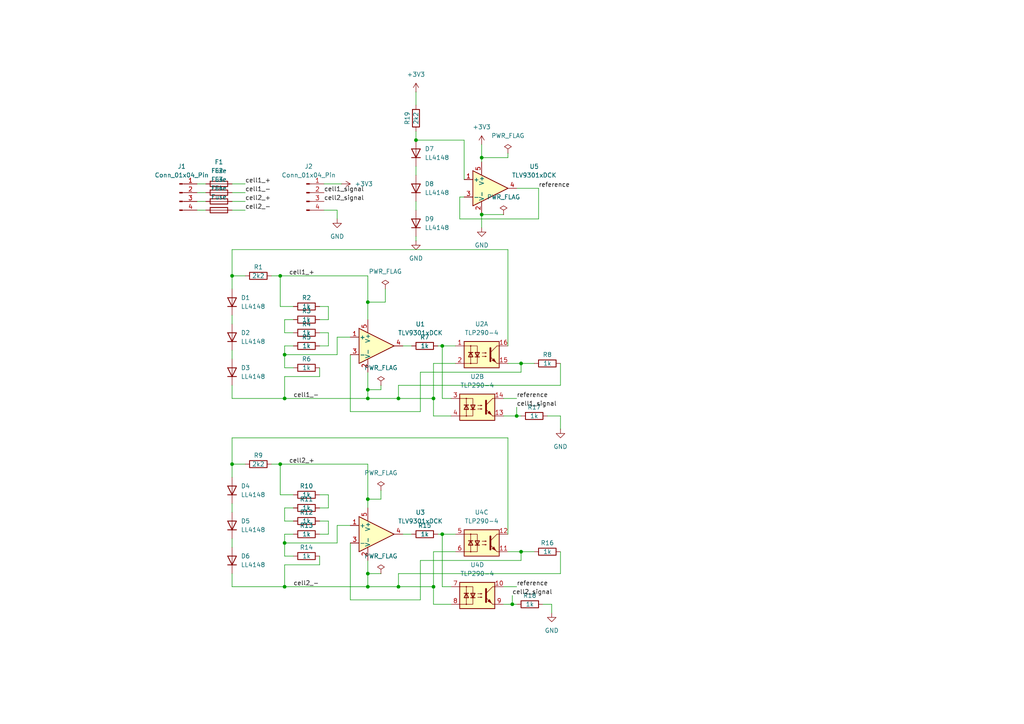
<source format=kicad_sch>
(kicad_sch (version 20231120) (generator "eeschema") (generator_version "8.0")
  (paper "A4")
  (title_block (title "Curso_kicad") (date "2024-06-20") (company "brbs"))
  (lib_symbols
    (symbol "Amplifier_Operational:TLV9301xDCK" (pin_names (offset 0.127))
      (property "Reference" "U" (at 7.62 2.54 0))
      (property "Value" "TLV9301xDCK" (at 11.43 -2.54 0))
      (symbol "TLV9301xDCK_0_1"
        (polyline (pts (xy -2.54 5.08) (xy -2.54 -5.08) (xy 7.62 0) (xy -2.54 5.08)) (stroke (width 0.254)) (fill (type background)))
      )
      (symbol "TLV9301xDCK_1_1"
        (pin input line (at -5.08 2.54 0) (length 2.54) (name "+") (number "1"))
        (pin power_in line (at 0 -7.62 90) (length 3.81) (name "V-") (number "2"))
        (pin input line (at -5.08 -2.54 0) (length 2.54) (name "-") (number "3"))
        (pin output line (at 10.16 0 180) (length 2.54) (name "~") (number "4"))
        (pin power_in line (at 0 7.62 270) (length 3.81) (name "V+") (number "5"))
      )
    )
    (symbol "Connector:Conn_01x04_Pin" (pin_names (offset 1.016) hide)
      (property "Reference" "J" (at 0 5.08 0))
      (property "Value" "Conn_01x04_Pin" (at 0 -7.62 0))
      (symbol "Conn_01x04_Pin_1_1"
        (polyline (pts (xy 1.27 -5.08) (xy 0.8636 -5.08)) (stroke (width 0.1524)))
        (polyline (pts (xy 1.27 -2.54) (xy 0.8636 -2.54)) (stroke (width 0.1524)))
        (polyline (pts (xy 1.27 0) (xy 0.8636 0)) (stroke (width 0.1524)))
        (polyline (pts (xy 1.27 2.54) (xy 0.8636 2.54)) (stroke (width 0.1524)))
        (rectangle (start 0.8636 -4.953) (end 0 -5.207) (stroke (width 0.1524)) (fill (type outline)))
        (rectangle (start 0.8636 -2.413) (end 0 -2.667) (stroke (width 0.1524)) (fill (type outline)))
        (rectangle (start 0.8636 0.127) (end 0 -0.127) (stroke (width 0.1524)) (fill (type outline)))
        (rectangle (start 0.8636 2.667) (end 0 2.413) (stroke (width 0.1524)) (fill (type outline)))
        (pin passive line (at 5.08 2.54 180) (length 3.81) (name "Pin_1") (number "1"))
        (pin passive line (at 5.08 0 180) (length 3.81) (name "Pin_2") (number "2"))
        (pin passive line (at 5.08 -2.54 180) (length 3.81) (name "Pin_3") (number "3"))
        (pin passive line (at 5.08 -5.08 180) (length 3.81) (name "Pin_4") (number "4"))
      )
    )
    (symbol "Device:Fuse" (pin_numbers hide) (pin_names (offset 0))
      (property "Reference" "F" (at 2.032 0 90))
      (property "Value" "Fuse" (at -1.905 0 90))
      (symbol "Fuse_0_1"
        (rectangle (start -0.762 -2.54) (end 0.762 2.54) (stroke (width 0.254)))
        (polyline (pts (xy 0 2.54) (xy 0 -2.54)))
      )
      (symbol "Fuse_1_1"
        (pin passive line (at 0 3.81 270) (length 1.27) (name "~") (number "1"))
        (pin passive line (at 0 -3.81 90) (length 1.27) (name "~") (number "2"))
      )
    )
    (symbol "Device:R" (pin_numbers hide) (pin_names (offset 0))
      (property "Reference" "R" (at 2.032 0 90))
      (property "Value" "R" (at 0 0 90))
      (symbol "R_0_1"
        (rectangle (start -1.016 -2.54) (end 1.016 2.54) (stroke (width 0.254)))
      )
      (symbol "R_1_1"
        (pin passive line (at 0 3.81 270) (length 1.27) (name "~") (number "1"))
        (pin passive line (at 0 -3.81 90) (length 1.27) (name "~") (number "2"))
      )
    )
    (symbol "Diode:LL4148" (pin_numbers hide) (pin_names hide)
      (property "Reference" "D" (at 0 2.54 0))
      (property "Value" "LL4148" (at 0 -2.54 0))
      (symbol "LL4148_0_1"
        (polyline (pts (xy -1.27 1.27) (xy -1.27 -1.27)) (stroke (width 0.254)))
        (polyline (pts (xy 1.27 0) (xy -1.27 0)))
        (polyline (pts (xy 1.27 1.27) (xy 1.27 -1.27) (xy -1.27 0) (xy 1.27 1.27)) (stroke (width 0.254)))
      )
      (symbol "LL4148_1_1"
        (pin passive line (at -3.81 0 0) (length 2.54) (name "K") (number "1"))
        (pin passive line (at 3.81 0 180) (length 2.54) (name "A") (number "2"))
      )
    )
    (symbol "Isolator:TLP290-4" (pin_names (offset 1.016))
      (property "Reference" "U" (at -5.08 5.08 0))
      (property "Value" "TLP290-4" (at 0 5.08 0))
      (symbol "TLP290-4_0_1"
        (rectangle (start -5.08 3.81) (end 5.08 -3.81) (stroke (width 0.254)) (fill (type background)))
        (circle (center -3.175 -2.54) (radius 0.127))
        (circle (center -3.175 2.54) (radius 0.127))
        (polyline (pts (xy -3.81 0.635) (xy -2.54 0.635)) (stroke (width 0.254)))
        (polyline (pts (xy -3.175 -0.635) (xy -3.175 -2.54)))
        (polyline (pts (xy -3.175 -0.635) (xy -3.175 2.54)))
        (polyline (pts (xy -1.905 -0.635) (xy -0.635 -0.635)) (stroke (width 0.254)))
        (polyline (pts (xy 2.54 0.635) (xy 4.445 2.54)))
        (polyline (pts (xy 4.445 -2.54) (xy 2.54 -0.635)) (fill (type outline)))
        (polyline (pts (xy 4.445 -2.54) (xy 5.08 -2.54)))
        (polyline (pts (xy 4.445 2.54) (xy 5.08 2.54)))
        (polyline (pts (xy -5.08 2.54) (xy -1.27 2.54) (xy -1.27 -0.635)))
        (polyline (pts (xy -1.27 -0.635) (xy -1.27 -2.54) (xy -5.08 -2.54)))
        (polyline (pts (xy 2.54 1.905) (xy 2.54 -1.905) (xy 2.54 -1.905)) (stroke (width 0.508)))
        (polyline (pts (xy -3.175 0.635) (xy -3.81 -0.635) (xy -2.54 -0.635) (xy -3.175 0.635)) (stroke (width 0.254)))
        (polyline (pts (xy -1.27 -0.635) (xy -1.905 0.635) (xy -0.635 0.635) (xy -1.27 -0.635)) (stroke (width 0.254)))
        (polyline (pts (xy 0.127 -0.508) (xy 1.397 -0.508) (xy 1.016 -0.635) (xy 1.016 -0.381) (xy 1.397 -0.508)))
        (polyline (pts (xy 0.127 0.508) (xy 1.397 0.508) (xy 1.016 0.381) (xy 1.016 0.635) (xy 1.397 0.508)))
        (polyline (pts (xy 3.048 -1.651) (xy 3.556 -1.143) (xy 4.064 -2.159) (xy 3.048 -1.651) (xy 3.048 -1.651)) (fill (type outline)))
      )
      (symbol "TLP290-4_1_1"
        (pin passive line (at -7.62 2.54 0) (length 2.54) (name "~") (number "1"))
        (pin passive line (at 7.62 -2.54 180) (length 2.54) (name "~") (number "15"))
        (pin passive line (at 7.62 2.54 180) (length 2.54) (name "~") (number "16"))
        (pin passive line (at -7.62 -2.54 0) (length 2.54) (name "~") (number "2"))
      )
      (symbol "TLP290-4_2_1"
        (pin passive line (at 7.62 -2.54 180) (length 2.54) (name "~") (number "13"))
        (pin passive line (at 7.62 2.54 180) (length 2.54) (name "~") (number "14"))
        (pin passive line (at -7.62 2.54 0) (length 2.54) (name "~") (number "3"))
        (pin passive line (at -7.62 -2.54 0) (length 2.54) (name "~") (number "4"))
      )
      (symbol "TLP290-4_3_1"
        (pin passive line (at 7.62 -2.54 180) (length 2.54) (name "~") (number "11"))
        (pin passive line (at 7.62 2.54 180) (length 2.54) (name "~") (number "12"))
        (pin passive line (at -7.62 2.54 0) (length 2.54) (name "~") (number "5"))
        (pin passive line (at -7.62 -2.54 0) (length 2.54) (name "~") (number "6"))
      )
      (symbol "TLP290-4_4_1"
        (pin passive line (at 7.62 2.54 180) (length 2.54) (name "~") (number "10"))
        (pin passive line (at -7.62 2.54 0) (length 2.54) (name "~") (number "7"))
        (pin passive line (at -7.62 -2.54 0) (length 2.54) (name "~") (number "8"))
        (pin passive line (at 7.62 -2.54 180) (length 2.54) (name "~") (number "9"))
      )
    )
    (symbol "power:+3V3" (power) (pin_numbers hide) (pin_names (offset 0) hide)
      (property "Value" "+3V3" (at 0 3.556 0))
      (symbol "+3V3_0_1"
        (polyline (pts (xy -0.762 1.27) (xy 0 2.54)))
        (polyline (pts (xy 0 0) (xy 0 2.54)))
        (polyline (pts (xy 0 2.54) (xy 0.762 1.27)))
      )
      (symbol "+3V3_1_1"
        (pin power_in line (at 0 0 90) (length 0) (name "~") (number "1"))
      )
    )
    (symbol "power:GND" (power) (pin_numbers hide) (pin_names (offset 0) hide)
      (property "Value" "GND" (at 0 -3.81 0))
      (symbol "GND_0_1"
        (polyline (pts (xy 0 0) (xy 0 -1.27) (xy 1.27 -1.27) (xy 0 -2.54) (xy -1.27 -1.27) (xy 0 -1.27)))
      )
      (symbol "GND_1_1"
        (pin power_in line (at 0 0 270) (length 0) (name "~") (number "1"))
      )
    )
    (symbol "power:PWR_FLAG" (power) (pin_numbers hide) (pin_names (offset 0) hide)
      (property "Value" "PWR_FLAG" (at 0 3.81 0))
      (symbol "PWR_FLAG_0_0"
        (pin power_out line (at 0 0 90) (length 0) (name "~") (number "1"))
      )
      (symbol "PWR_FLAG_0_1"
        (polyline (pts (xy 0 0) (xy 0 1.27) (xy -1.016 1.905) (xy 0 2.54) (xy 1.016 1.905) (xy 0 1.27)))
      )
    )
  )
  (junction (at 115.57 170.18))
  (junction (at 106.68 115.57))
  (junction (at 67.31 80.01))
  (junction (at 120.65 40.64))
  (junction (at 125.73 170.18))
  (junction (at 82.55 157.48))
  (junction (at 82.55 115.57))
  (junction (at 151.13 105.41))
  (junction (at 67.31 134.62))
  (junction (at 81.28 80.01))
  (junction (at 106.68 87.63))
  (junction (at 149.86 120.65))
  (junction (at 106.68 170.18))
  (junction (at 148.59 175.26))
  (junction (at 125.73 115.57))
  (junction (at 115.57 115.57))
  (junction (at 106.68 166.37))
  (junction (at 139.7 45.72))
  (junction (at 82.55 170.18))
  (junction (at 106.68 144.78))
  (junction (at 82.55 102.87))
  (junction (at 128.27 100.33))
  (junction (at 139.7 62.23))
  (junction (at 151.13 160.02))
  (junction (at 128.27 154.94))
  (junction (at 106.68 113.03))
  (junction (at 81.28 134.62))
  (wire (pts (xy 148.59 172.72) (xy 148.59 175.26)))
  (wire (pts (xy 106.68 162.56) (xy 106.68 166.37)))
  (wire (pts (xy 125.73 170.18) (xy 125.73 175.26)))
  (wire (pts (xy 125.73 105.41) (xy 125.73 115.57)))
  (wire (pts (xy 67.31 156.21) (xy 67.31 158.75)))
  (wire (pts (xy 78.74 80.01) (xy 81.28 80.01)))
  (wire (pts (xy 162.56 160.02) (xy 162.56 166.37)))
  (wire (pts (xy 127 154.94) (xy 128.27 154.94)))
  (wire (pts (xy 162.56 120.65) (xy 162.56 124.46)))
  (wire (pts (xy 57.15 55.88) (xy 59.69 55.88)))
  (wire (pts (xy 128.27 100.33) (xy 132.08 100.33)))
  (wire (pts (xy 81.28 80.01) (xy 106.68 80.01)))
  (wire (pts (xy 106.68 166.37) (xy 106.68 170.18)))
  (wire (pts (xy 67.31 127) (xy 67.31 134.62)))
  (wire (pts (xy 85.09 92.71) (xy 82.55 92.71)))
  (wire (pts (xy 125.73 115.57) (xy 125.73 120.65)))
  (wire (pts (xy 92.71 151.13) (xy 95.25 151.13)))
  (wire (pts (xy 116.84 154.94) (xy 119.38 154.94)))
  (wire (pts (xy 95.25 88.9) (xy 95.25 92.71)))
  (wire (pts (xy 151.13 105.41) (xy 154.94 105.41)))
  (wire (pts (xy 92.71 161.29) (xy 92.71 163.83)))
  (wire (pts (xy 67.31 55.88) (xy 71.12 55.88)))
  (wire (pts (xy 82.55 109.22) (xy 82.55 115.57)))
  (wire (pts (xy 146.05 175.26) (xy 148.59 175.26)))
  (wire (pts (xy 82.55 157.48) (xy 82.55 161.29)))
  (wire (pts (xy 95.25 143.51) (xy 95.25 147.32)))
  (wire (pts (xy 130.81 115.57) (xy 128.27 115.57)))
  (wire (pts (xy 67.31 170.18) (xy 82.55 170.18)))
  (wire (pts (xy 128.27 154.94) (xy 132.08 154.94)))
  (wire (pts (xy 85.09 147.32) (xy 82.55 147.32)))
  (wire (pts (xy 82.55 102.87) (xy 97.79 102.87)))
  (wire (pts (xy 67.31 101.6) (xy 67.31 104.14)))
  (wire (pts (xy 115.57 111.76) (xy 115.57 115.57)))
  (wire (pts (xy 85.09 143.51) (xy 81.28 143.51)))
  (wire (pts (xy 93.98 60.96) (xy 97.79 60.96)))
  (wire (pts (xy 106.68 166.37) (xy 110.49 166.37)))
  (wire (pts (xy 134.62 57.15) (xy 133.35 57.15)))
  (wire (pts (xy 132.08 105.41) (xy 125.73 105.41)))
  (wire (pts (xy 67.31 134.62) (xy 71.12 134.62)))
  (wire (pts (xy 82.55 92.71) (xy 82.55 96.52)))
  (wire (pts (xy 162.56 105.41) (xy 162.56 111.76)))
  (wire (pts (xy 120.65 68.58) (xy 120.65 69.85)))
  (wire (pts (xy 116.84 100.33) (xy 119.38 100.33)))
  (wire (pts (xy 81.28 88.9) (xy 81.28 80.01)))
  (wire (pts (xy 97.79 60.96) (xy 97.79 63.5)))
  (wire (pts (xy 115.57 166.37) (xy 115.57 170.18)))
  (wire (pts (xy 85.09 161.29) (xy 82.55 161.29)))
  (wire (pts (xy 92.71 154.94) (xy 95.25 154.94)))
  (wire (pts (xy 120.65 26.67) (xy 120.65 30.48)))
  (wire (pts (xy 82.55 115.57) (xy 106.68 115.57)))
  (wire (pts (xy 147.32 154.94) (xy 147.32 127)))
  (wire (pts (xy 139.7 41.91) (xy 139.7 45.72)))
  (wire (pts (xy 130.81 170.18) (xy 128.27 170.18)))
  (wire (pts (xy 101.6 157.48) (xy 101.6 173.99)))
  (wire (pts (xy 128.27 170.18) (xy 128.27 154.94)))
  (wire (pts (xy 95.25 151.13) (xy 95.25 154.94)))
  (wire (pts (xy 151.13 160.02) (xy 154.94 160.02)))
  (wire (pts (xy 106.68 147.32) (xy 106.68 144.78)))
  (wire (pts (xy 133.35 63.5) (xy 156.21 63.5)))
  (wire (pts (xy 82.55 102.87) (xy 82.55 106.68)))
  (wire (pts (xy 106.68 87.63) (xy 106.68 80.01)))
  (wire (pts (xy 133.35 57.15) (xy 133.35 63.5)))
  (wire (pts (xy 67.31 166.37) (xy 67.31 170.18)))
  (wire (pts (xy 85.09 106.68) (xy 82.55 106.68)))
  (wire (pts (xy 139.7 62.23) (xy 146.05 62.23)))
  (wire (pts (xy 95.25 92.71) (xy 92.71 92.71)))
  (wire (pts (xy 147.32 100.33) (xy 147.32 72.39)))
  (wire (pts (xy 149.86 118.11) (xy 149.86 120.65)))
  (wire (pts (xy 156.21 54.61) (xy 149.86 54.61)))
  (wire (pts (xy 146.05 115.57) (xy 149.86 115.57)))
  (wire (pts (xy 158.75 120.65) (xy 162.56 120.65)))
  (wire (pts (xy 106.68 144.78) (xy 106.68 134.62)))
  (wire (pts (xy 67.31 134.62) (xy 67.31 138.43)))
  (wire (pts (xy 106.68 92.71) (xy 106.68 87.63)))
  (wire (pts (xy 82.55 163.83) (xy 82.55 170.18)))
  (wire (pts (xy 115.57 170.18) (xy 125.73 170.18)))
  (wire (pts (xy 147.32 44.45) (xy 147.32 45.72)))
  (wire (pts (xy 101.6 173.99) (xy 121.92 173.99)))
  (wire (pts (xy 81.28 143.51) (xy 81.28 134.62)))
  (wire (pts (xy 57.15 58.42) (xy 59.69 58.42)))
  (wire (pts (xy 57.15 53.34) (xy 59.69 53.34)))
  (wire (pts (xy 110.49 142.24) (xy 110.49 144.78)))
  (wire (pts (xy 106.68 107.95) (xy 106.68 113.03)))
  (wire (pts (xy 106.68 170.18) (xy 115.57 170.18)))
  (wire (pts (xy 106.68 115.57) (xy 115.57 115.57)))
  (wire (pts (xy 67.31 72.39) (xy 67.31 80.01)))
  (wire (pts (xy 121.92 119.38) (xy 121.92 107.95)))
  (wire (pts (xy 82.55 96.52) (xy 85.09 96.52)))
  (wire (pts (xy 81.28 134.62) (xy 106.68 134.62)))
  (wire (pts (xy 67.31 111.76) (xy 67.31 115.57)))
  (wire (pts (xy 120.65 48.26) (xy 120.65 50.8)))
  (wire (pts (xy 146.05 120.65) (xy 149.86 120.65)))
  (wire (pts (xy 134.62 52.07) (xy 134.62 40.64)))
  (wire (pts (xy 85.09 88.9) (xy 81.28 88.9)))
  (wire (pts (xy 139.7 45.72) (xy 147.32 45.72)))
  (wire (pts (xy 101.6 119.38) (xy 121.92 119.38)))
  (wire (pts (xy 92.71 96.52) (xy 95.25 96.52)))
  (wire (pts (xy 82.55 154.94) (xy 82.55 157.48)))
  (wire (pts (xy 92.71 106.68) (xy 92.71 109.22)))
  (wire (pts (xy 82.55 170.18) (xy 106.68 170.18)))
  (wire (pts (xy 82.55 147.32) (xy 82.55 151.13)))
  (wire (pts (xy 67.31 146.05) (xy 67.31 148.59)))
  (wire (pts (xy 139.7 62.23) (xy 139.7 66.04)))
  (wire (pts (xy 157.48 175.26) (xy 160.02 175.26)))
  (wire (pts (xy 92.71 163.83) (xy 82.55 163.83)))
  (wire (pts (xy 151.13 162.56) (xy 151.13 160.02)))
  (wire (pts (xy 97.79 152.4) (xy 97.79 157.48)))
  (wire (pts (xy 139.7 45.72) (xy 139.7 46.99)))
  (wire (pts (xy 147.32 127) (xy 67.31 127)))
  (wire (pts (xy 67.31 58.42) (xy 71.12 58.42)))
  (wire (pts (xy 162.56 111.76) (xy 115.57 111.76)))
  (wire (pts (xy 120.65 38.1) (xy 120.65 40.64)))
  (wire (pts (xy 121.92 107.95) (xy 151.13 107.95)))
  (wire (pts (xy 82.55 157.48) (xy 97.79 157.48)))
  (wire (pts (xy 111.76 83.82) (xy 111.76 87.63)))
  (wire (pts (xy 101.6 97.79) (xy 97.79 97.79)))
  (wire (pts (xy 148.59 175.26) (xy 149.86 175.26)))
  (wire (pts (xy 82.55 100.33) (xy 82.55 102.87)))
  (wire (pts (xy 127 100.33) (xy 128.27 100.33)))
  (wire (pts (xy 93.98 53.34) (xy 99.06 53.34)))
  (wire (pts (xy 92.71 143.51) (xy 95.25 143.51)))
  (wire (pts (xy 151.13 107.95) (xy 151.13 105.41)))
  (wire (pts (xy 85.09 100.33) (xy 82.55 100.33)))
  (wire (pts (xy 125.73 160.02) (xy 125.73 170.18)))
  (wire (pts (xy 162.56 166.37) (xy 115.57 166.37)))
  (wire (pts (xy 115.57 115.57) (xy 125.73 115.57)))
  (wire (pts (xy 121.92 173.99) (xy 121.92 162.56)))
  (wire (pts (xy 110.49 111.76) (xy 110.49 113.03)))
  (wire (pts (xy 67.31 60.96) (xy 71.12 60.96)))
  (wire (pts (xy 67.31 53.34) (xy 71.12 53.34)))
  (wire (pts (xy 57.15 60.96) (xy 59.69 60.96)))
  (wire (pts (xy 92.71 88.9) (xy 95.25 88.9)))
  (wire (pts (xy 130.81 175.26) (xy 125.73 175.26)))
  (wire (pts (xy 67.31 80.01) (xy 71.12 80.01)))
  (wire (pts (xy 106.68 113.03) (xy 106.68 115.57)))
  (wire (pts (xy 67.31 91.44) (xy 67.31 93.98)))
  (wire (pts (xy 132.08 160.02) (xy 125.73 160.02)))
  (wire (pts (xy 146.05 170.18) (xy 149.86 170.18)))
  (wire (pts (xy 95.25 147.32) (xy 92.71 147.32)))
  (wire (pts (xy 147.32 160.02) (xy 151.13 160.02)))
  (wire (pts (xy 120.65 40.64) (xy 134.62 40.64)))
  (wire (pts (xy 67.31 115.57) (xy 82.55 115.57)))
  (wire (pts (xy 92.71 100.33) (xy 95.25 100.33)))
  (wire (pts (xy 106.68 87.63) (xy 111.76 87.63)))
  (wire (pts (xy 149.86 120.65) (xy 151.13 120.65)))
  (wire (pts (xy 78.74 134.62) (xy 81.28 134.62)))
  (wire (pts (xy 147.32 105.41) (xy 151.13 105.41)))
  (wire (pts (xy 101.6 102.87) (xy 101.6 119.38)))
  (wire (pts (xy 160.02 175.26) (xy 160.02 177.8)))
  (wire (pts (xy 121.92 162.56) (xy 151.13 162.56)))
  (wire (pts (xy 82.55 151.13) (xy 85.09 151.13)))
  (wire (pts (xy 106.68 144.78) (xy 110.49 144.78)))
  (wire (pts (xy 95.25 96.52) (xy 95.25 100.33)))
  (wire (pts (xy 110.49 113.03) (xy 106.68 113.03)))
  (wire (pts (xy 120.65 58.42) (xy 120.65 60.96)))
  (wire (pts (xy 147.32 72.39) (xy 67.31 72.39)))
  (wire (pts (xy 156.21 63.5) (xy 156.21 54.61)))
  (wire (pts (xy 92.71 109.22) (xy 82.55 109.22)))
  (wire (pts (xy 101.6 152.4) (xy 97.79 152.4)))
  (wire (pts (xy 67.31 80.01) (xy 67.31 83.82)))
  (wire (pts (xy 128.27 115.57) (xy 128.27 100.33)))
  (wire (pts (xy 85.09 154.94) (xy 82.55 154.94)))
  (wire (pts (xy 97.79 97.79) (xy 97.79 102.87)))
  (wire (pts (xy 130.81 120.65) (xy 125.73 120.65)))
  (label "cell2_+" (at 71.12 58.42 0))
  (label "cell2_signal" (at 93.98 58.42 0))
  (label "cell1_-" (at 71.12 55.88 0))
  (label "cell1_+" (at 83.82 80.01 0))
  (label "reference" (at 149.86 170.18 0))
  (label "cell2_-" (at 71.12 60.96 0))
  (label "cell1_-" (at 85.09 115.57 0))
  (label "cell1_signal" (at 93.98 55.88 0))
  (label "cell1_signal" (at 149.86 118.11 0))
  (label "reference" (at 149.86 115.57 0))
  (label "cell2_signal" (at 148.59 172.72 0))
  (label "reference" (at 156.21 54.61 0))
  (label "cell2_+" (at 83.82 134.62 0))
  (label "cell1_+" (at 71.12 53.34 0))
  (label "cell2_-" (at 85.09 170.18 0))
  (symbol (lib_id "Amplifier_Operational:TLV9301xDCK") (at 106.68 100.33 0) (unit 1)
    (property "Reference" "U1" (at 121.92 94.0114 0))
    (property "Value" "TLV9301xDCK" (at 121.92 96.5514 0))
    (property "Footprint" "Package_TO_SOT_SMD:SOT-353_SC-70-5" (effects (hide yes)))
    (property "Datasheet" "https://www.ti.com/lit/ds/symlink/tlv9301.pdf" (effects (hide yes)))
    (property "Description" "40-V, 1-MHz, RRO Operational Amplifiers for Cost-Sensitive Systems, SC-70" (effects (hide yes)))
  )
  (symbol (lib_id "Diode:LL4148") (at 67.31 142.24 90) (unit 1)
    (property "Reference" "D4" (at 69.85 140.9699 90) (effects (justify right)))
    (property "Value" "LL4148" (at 69.85 143.5099 90) (effects (justify right)))
    (property "Footprint" "Diode_SMD:D_MiniMELF" (effects (hide yes)))
    (property "Datasheet" "http://www.vishay.com/docs/85557/ll4148.pdf" (effects (hide yes)))
    (property "Description" "100V 0.15A standard switching diode, MiniMELF" (effects (hide yes)))
    (property "Sim.Device" "D" (effects (hide yes)))
    (property "Sim.Pins" "1=K 2=A" (effects (hide yes)))
  )
  (symbol (lib_id "Diode:LL4148") (at 120.65 44.45 90) (unit 1)
    (property "Reference" "D7" (at 123.19 43.1799 90) (effects (justify right)))
    (property "Value" "LL4148" (at 123.19 45.7199 90) (effects (justify right)))
    (property "Footprint" "Diode_SMD:D_MiniMELF" (effects (hide yes)))
    (property "Datasheet" "http://www.vishay.com/docs/85557/ll4148.pdf" (effects (hide yes)))
    (property "Description" "100V 0.15A standard switching diode, MiniMELF" (effects (hide yes)))
    (property "Sim.Device" "D" (effects (hide yes)))
    (property "Sim.Pins" "1=K 2=A" (effects (hide yes)))
  )
  (symbol (lib_id "Device:Fuse") (at 63.5 58.42 90) (unit 1)
    (property "Reference" "F3" (at 63.5 52.07 90))
    (property "Value" "Fuse" (at 63.5 54.61 90))
    (property "Footprint" "Fuse:Fuse_1206_3216Metric" (effects (hide yes)))
    (property "Description" "Fuse" (effects (hide yes)))
  )
  (symbol (lib_id "Device:R") (at 88.9 154.94 90) (unit 1)
    (property "Reference" "R13" (at 88.9 152.4 90))
    (property "Value" "1k" (at 88.9 154.94 90))
    (property "Footprint" "Resistor_SMD:R_0805_2012Metric" (effects (hide yes)))
    (property "Description" "Resistor" (effects (hide yes)))
  )
  (symbol (lib_id "power:PWR_FLAG") (at 110.49 166.37 0) (unit 1)
    (property "Reference" "#FLG04" (effects (hide yes)))
    (property "Value" "PWR_FLAG" (at 110.49 161.29 0))
    (property "Description" "Special symbol for telling ERC where power comes from" (effects (hide yes)))
  )
  (symbol (lib_id "Connector:Conn_01x04_Pin") (at 52.07 55.88 0) (unit 1)
    (property "Reference" "J1" (at 52.705 48.26 0))
    (property "Value" "Conn_01x04_Pin" (at 52.705 50.8 0))
    (property "Footprint" "Connector_PinHeader_2.54mm:PinHeader_1x04_P2.54mm_Horizontal" (effects (hide yes)))
    (property "Description" "Generic connector, single row, 01x04, script generated" (effects (hide yes)))
  )
  (symbol (lib_id "Device:R") (at 88.9 96.52 90) (unit 1)
    (property "Reference" "R4" (at 88.9 93.98 90))
    (property "Value" "1k" (at 88.9 96.52 90))
    (property "Footprint" "Resistor_SMD:R_0805_2012Metric" (effects (hide yes)))
    (property "Description" "Resistor" (effects (hide yes)))
  )
  (symbol (lib_id "Connector:Conn_01x04_Pin") (at 88.9 55.88 0) (unit 1)
    (property "Reference" "J2" (at 89.535 48.26 0))
    (property "Value" "Conn_01x04_Pin" (at 89.535 50.8 0))
    (property "Footprint" "Connector_PinHeader_2.54mm:PinHeader_1x04_P2.54mm_Horizontal" (effects (hide yes)))
    (property "Description" "Generic connector, single row, 01x04, script generated" (effects (hide yes)))
  )
  (symbol (lib_id "power:PWR_FLAG") (at 110.49 142.24 0) (unit 1)
    (property "Reference" "#FLG03" (effects (hide yes)))
    (property "Value" "PWR_FLAG" (at 110.49 137.16 0))
    (property "Description" "Special symbol for telling ERC where power comes from" (effects (hide yes)))
  )
  (symbol (lib_id "Device:R") (at 88.9 143.51 90) (unit 1)
    (property "Reference" "R10" (at 88.9 140.97 90))
    (property "Value" "1k" (at 88.9 143.51 90))
    (property "Footprint" "Resistor_SMD:R_0805_2012Metric" (effects (hide yes)))
    (property "Description" "Resistor" (effects (hide yes)))
  )
  (symbol (lib_id "Device:Fuse") (at 63.5 53.34 90) (unit 1)
    (property "Reference" "F1" (at 63.5 46.99 90))
    (property "Value" "Fuse" (at 63.5 49.53 90))
    (property "Footprint" "Fuse:Fuse_1206_3216Metric" (effects (hide yes)))
    (property "Description" "Fuse" (effects (hide yes)))
  )
  (symbol (lib_id "Device:R") (at 88.9 147.32 90) (unit 1)
    (property "Reference" "R11" (at 88.9 144.78 90))
    (property "Value" "1k" (at 88.9 147.32 90))
    (property "Footprint" "Resistor_SMD:R_0805_2012Metric" (effects (hide yes)))
    (property "Description" "Resistor" (effects (hide yes)))
  )
  (symbol (lib_id "Diode:LL4148") (at 67.31 97.79 90) (unit 1)
    (property "Reference" "D2" (at 69.85 96.5199 90) (effects (justify right)))
    (property "Value" "LL4148" (at 69.85 99.0599 90) (effects (justify right)))
    (property "Footprint" "Diode_SMD:D_MiniMELF" (effects (hide yes)))
    (property "Datasheet" "http://www.vishay.com/docs/85557/ll4148.pdf" (effects (hide yes)))
    (property "Description" "100V 0.15A standard switching diode, MiniMELF" (effects (hide yes)))
    (property "Sim.Device" "D" (effects (hide yes)))
    (property "Sim.Pins" "1=K 2=A" (effects (hide yes)))
  )
  (symbol (lib_id "Amplifier_Operational:TLV9301xDCK") (at 106.68 154.94 0) (unit 1)
    (property "Reference" "U3" (at 121.92 148.6214 0))
    (property "Value" "TLV9301xDCK" (at 121.92 151.1614 0))
    (property "Footprint" "Package_TO_SOT_SMD:SOT-353_SC-70-5" (effects (hide yes)))
    (property "Datasheet" "https://www.ti.com/lit/ds/symlink/tlv9301.pdf" (effects (hide yes)))
    (property "Description" "40-V, 1-MHz, RRO Operational Amplifiers for Cost-Sensitive Systems, SC-70" (effects (hide yes)))
  )
  (symbol (lib_id "Amplifier_Operational:TLV9301xDCK") (at 139.7 54.61 0) (unit 1)
    (property "Reference" "U5" (at 154.94 48.2914 0))
    (property "Value" "TLV9301xDCK" (at 154.94 50.8314 0))
    (property "Footprint" "Package_TO_SOT_SMD:SOT-353_SC-70-5" (effects (hide yes)))
    (property "Datasheet" "https://www.ti.com/lit/ds/symlink/tlv9301.pdf" (effects (hide yes)))
    (property "Description" "40-V, 1-MHz, RRO Operational Amplifiers for Cost-Sensitive Systems, SC-70" (effects (hide yes)))
  )
  (symbol (lib_id "Device:Fuse") (at 63.5 55.88 90) (unit 1)
    (property "Reference" "F2" (at 63.5 49.53 90))
    (property "Value" "Fuse" (at 63.5 52.07 90))
    (property "Footprint" "Fuse:Fuse_1206_3216Metric" (effects (hide yes)))
    (property "Description" "Fuse" (effects (hide yes)))
  )
  (symbol (lib_id "power:PWR_FLAG") (at 146.05 62.23 0) (unit 1)
    (property "Reference" "#FLG06" (effects (hide yes)))
    (property "Value" "PWR_FLAG" (at 146.05 57.15 0))
    (property "Description" "Special symbol for telling ERC where power comes from" (effects (hide yes)))
  )
  (symbol (lib_id "Isolator:TLP290-4") (at 138.43 172.72 0) (unit 4)
    (property "Reference" "U4" (at 138.43 163.83 0))
    (property "Value" "TLP290-4" (at 138.43 166.37 0))
    (property "Footprint" "Package_SO:SOP-16_4.55x10.3mm_P1.27mm" (effects (hide yes)))
    (property "Datasheet" "https://toshiba.semicon-storage.com/info/docget.jsp?did=12855&prodName=TLP290-4" (effects (hide yes)))
    (property "Description" "Quad AC/DC Phototransistor Optocoupler, Vce 80V, CTR 50-600%, SOP16" (effects (hide yes)))
  )
  (symbol (lib_id "Diode:LL4148") (at 67.31 162.56 90) (unit 1)
    (property "Reference" "D6" (at 69.85 161.2899 90) (effects (justify right)))
    (property "Value" "LL4148" (at 69.85 163.8299 90) (effects (justify right)))
    (property "Footprint" "Diode_SMD:D_MiniMELF" (effects (hide yes)))
    (property "Datasheet" "http://www.vishay.com/docs/85557/ll4148.pdf" (effects (hide yes)))
    (property "Description" "100V 0.15A standard switching diode, MiniMELF" (effects (hide yes)))
    (property "Sim.Device" "D" (effects (hide yes)))
    (property "Sim.Pins" "1=K 2=A" (effects (hide yes)))
  )
  (symbol (lib_id "Device:R") (at 88.9 106.68 90) (unit 1)
    (property "Reference" "R6" (at 88.9 104.14 90))
    (property "Value" "1k" (at 88.9 106.68 90))
    (property "Footprint" "Resistor_SMD:R_0805_2012Metric" (effects (hide yes)))
    (property "Description" "Resistor" (effects (hide yes)))
  )
  (symbol (lib_id "Device:R") (at 123.19 154.94 90) (unit 1)
    (property "Reference" "R15" (at 123.19 152.4 90))
    (property "Value" "1k" (at 123.19 154.94 90))
    (property "Footprint" "Resistor_SMD:R_0805_2012Metric" (effects (hide yes)))
    (property "Description" "Resistor" (effects (hide yes)))
  )
  (symbol (lib_id "Device:R") (at 123.19 100.33 90) (unit 1)
    (property "Reference" "R7" (at 123.19 97.79 90))
    (property "Value" "1k" (at 123.19 100.33 90))
    (property "Footprint" "Resistor_SMD:R_0805_2012Metric" (effects (hide yes)))
    (property "Description" "Resistor" (effects (hide yes)))
  )
  (symbol (lib_id "power:PWR_FLAG") (at 111.76 83.82 0) (unit 1)
    (property "Reference" "#FLG01" (effects (hide yes)))
    (property "Value" "PWR_FLAG" (at 111.76 78.74 0))
    (property "Description" "Special symbol for telling ERC where power comes from" (effects (hide yes)))
  )
  (symbol (lib_id "Device:R") (at 154.94 120.65 90) (unit 1)
    (property "Reference" "R17" (at 154.94 118.11 90))
    (property "Value" "1k" (at 154.94 120.65 90))
    (property "Footprint" "Resistor_SMD:R_0805_2012Metric" (effects (hide yes)))
    (property "Description" "Resistor" (effects (hide yes)))
  )
  (symbol (lib_id "power:GND") (at 162.56 124.46 0) (unit 1)
    (property "Reference" "#PWR04" (effects (hide yes)))
    (property "Value" "GND" (at 162.56 129.54 0))
    (property "Description" "Power symbol creates a global label with name \"GND\" , ground" (effects (hide yes)))
  )
  (symbol (lib_id "Device:R") (at 74.93 134.62 90) (unit 1)
    (property "Reference" "R9" (at 74.93 132.08 90))
    (property "Value" "2k2" (at 74.93 134.62 90))
    (property "Footprint" "Resistor_SMD:R_0805_2012Metric" (effects (hide yes)))
    (property "Description" "Resistor" (effects (hide yes)))
  )
  (symbol (lib_id "Device:R") (at 88.9 151.13 90) (unit 1)
    (property "Reference" "R12" (at 88.9 148.59 90))
    (property "Value" "1k" (at 88.9 151.13 90))
    (property "Footprint" "Resistor_SMD:R_0805_2012Metric" (effects (hide yes)))
    (property "Description" "Resistor" (effects (hide yes)))
  )
  (symbol (lib_id "power:GND") (at 139.7 66.04 0) (unit 1)
    (property "Reference" "#PWR05" (effects (hide yes)))
    (property "Value" "GND" (at 139.7 71.12 0))
    (property "Description" "Power symbol creates a global label with name \"GND\" , ground" (effects (hide yes)))
  )
  (symbol (lib_id "Isolator:TLP290-4") (at 139.7 157.48 0) (unit 3)
    (property "Reference" "U4" (at 139.7 148.59 0))
    (property "Value" "TLP290-4" (at 139.7 151.13 0))
    (property "Footprint" "Package_SO:SOP-16_4.55x10.3mm_P1.27mm" (effects (hide yes)))
    (property "Datasheet" "https://toshiba.semicon-storage.com/info/docget.jsp?did=12855&prodName=TLP290-4" (effects (hide yes)))
    (property "Description" "Quad AC/DC Phototransistor Optocoupler, Vce 80V, CTR 50-600%, SOP16" (effects (hide yes)))
  )
  (symbol (lib_id "Device:Fuse") (at 63.5 60.96 90) (unit 1)
    (property "Reference" "F4" (at 63.5 54.61 90))
    (property "Value" "Fuse" (at 63.5 57.15 90))
    (property "Footprint" "Fuse:Fuse_1206_3216Metric" (effects (hide yes)))
    (property "Description" "Fuse" (effects (hide yes)))
  )
  (symbol (lib_id "Device:R") (at 158.75 160.02 90) (unit 1)
    (property "Reference" "R16" (at 158.75 157.48 90))
    (property "Value" "1k" (at 158.75 160.02 90))
    (property "Footprint" "Resistor_SMD:R_0805_2012Metric" (effects (hide yes)))
    (property "Description" "Resistor" (effects (hide yes)))
  )
  (symbol (lib_id "power:PWR_FLAG") (at 110.49 111.76 0) (unit 1)
    (property "Reference" "#FLG02" (effects (hide yes)))
    (property "Value" "PWR_FLAG" (at 110.49 106.68 0))
    (property "Description" "Special symbol for telling ERC where power comes from" (effects (hide yes)))
  )
  (symbol (lib_id "power:+3V3") (at 139.7 41.91 0) (unit 1)
    (property "Reference" "#PWR07" (effects (hide yes)))
    (property "Value" "+3V3" (at 139.7 36.83 0))
    (property "Description" "Power symbol creates a global label with name \"+3V3\"" (effects (hide yes)))
  )
  (symbol (lib_id "Device:R") (at 153.67 175.26 90) (unit 1)
    (property "Reference" "R18" (at 153.67 172.72 90))
    (property "Value" "1k" (at 153.67 175.26 90))
    (property "Footprint" "Resistor_SMD:R_0805_2012Metric" (effects (hide yes)))
    (property "Description" "Resistor" (effects (hide yes)))
  )
  (symbol (lib_id "Diode:LL4148") (at 67.31 107.95 90) (unit 1)
    (property "Reference" "D3" (at 69.85 106.6799 90) (effects (justify right)))
    (property "Value" "LL4148" (at 69.85 109.2199 90) (effects (justify right)))
    (property "Footprint" "Diode_SMD:D_MiniMELF" (effects (hide yes)))
    (property "Datasheet" "http://www.vishay.com/docs/85557/ll4148.pdf" (effects (hide yes)))
    (property "Description" "100V 0.15A standard switching diode, MiniMELF" (effects (hide yes)))
    (property "Sim.Device" "D" (effects (hide yes)))
    (property "Sim.Pins" "1=K 2=A" (effects (hide yes)))
  )
  (symbol (lib_id "Device:R") (at 88.9 88.9 90) (unit 1)
    (property "Reference" "R2" (at 88.9 86.36 90))
    (property "Value" "1k" (at 88.9 88.9 90))
    (property "Footprint" "Resistor_SMD:R_0805_2012Metric" (effects (hide yes)))
    (property "Description" "Resistor" (effects (hide yes)))
  )
  (symbol (lib_id "power:GND") (at 120.65 69.85 0) (unit 1)
    (property "Reference" "#PWR08" (effects (hide yes)))
    (property "Value" "GND" (at 120.65 74.93 0))
    (property "Description" "Power symbol creates a global label with name \"GND\" , ground" (effects (hide yes)))
  )
  (symbol (lib_id "Isolator:TLP290-4") (at 138.43 118.11 0) (unit 2)
    (property "Reference" "U2" (at 138.43 109.22 0))
    (property "Value" "TLP290-4" (at 138.43 111.76 0))
    (property "Footprint" "Package_SO:SOP-16_4.55x10.3mm_P1.27mm" (effects (hide yes)))
    (property "Datasheet" "https://toshiba.semicon-storage.com/info/docget.jsp?did=12855&prodName=TLP290-4" (effects (hide yes)))
    (property "Description" "Quad AC/DC Phototransistor Optocoupler, Vce 80V, CTR 50-600%, SOP16" (effects (hide yes)))
  )
  (symbol (lib_id "Diode:LL4148") (at 67.31 152.4 90) (unit 1)
    (property "Reference" "D5" (at 69.85 151.1299 90) (effects (justify right)))
    (property "Value" "LL4148" (at 69.85 153.6699 90) (effects (justify right)))
    (property "Footprint" "Diode_SMD:D_MiniMELF" (effects (hide yes)))
    (property "Datasheet" "http://www.vishay.com/docs/85557/ll4148.pdf" (effects (hide yes)))
    (property "Description" "100V 0.15A standard switching diode, MiniMELF" (effects (hide yes)))
    (property "Sim.Device" "D" (effects (hide yes)))
    (property "Sim.Pins" "1=K 2=A" (effects (hide yes)))
  )
  (symbol (lib_id "Diode:LL4148") (at 120.65 54.61 90) (unit 1)
    (property "Reference" "D8" (at 123.19 53.3399 90) (effects (justify right)))
    (property "Value" "LL4148" (at 123.19 55.8799 90) (effects (justify right)))
    (property "Footprint" "Diode_SMD:D_MiniMELF" (effects (hide yes)))
    (property "Datasheet" "http://www.vishay.com/docs/85557/ll4148.pdf" (effects (hide yes)))
    (property "Description" "100V 0.15A standard switching diode, MiniMELF" (effects (hide yes)))
    (property "Sim.Device" "D" (effects (hide yes)))
    (property "Sim.Pins" "1=K 2=A" (effects (hide yes)))
  )
  (symbol (lib_id "Device:R") (at 88.9 92.71 90) (unit 1)
    (property "Reference" "R3" (at 88.9 90.17 90))
    (property "Value" "1k" (at 88.9 92.71 90))
    (property "Footprint" "Resistor_SMD:R_0805_2012Metric" (effects (hide yes)))
    (property "Description" "Resistor" (effects (hide yes)))
  )
  (symbol (lib_id "Device:R") (at 88.9 161.29 90) (unit 1)
    (property "Reference" "R14" (at 88.9 158.75 90))
    (property "Value" "1k" (at 88.9 161.29 90))
    (property "Footprint" "Resistor_SMD:R_0805_2012Metric" (effects (hide yes)))
    (property "Description" "Resistor" (effects (hide yes)))
  )
  (symbol (lib_id "Device:R") (at 88.9 100.33 90) (unit 1)
    (property "Reference" "R5" (at 88.9 97.79 90))
    (property "Value" "1k" (at 88.9 100.33 90))
    (property "Footprint" "Resistor_SMD:R_0805_2012Metric" (effects (hide yes)))
    (property "Description" "Resistor" (effects (hide yes)))
  )
  (symbol (lib_id "power:GND") (at 160.02 177.8 0) (unit 1)
    (property "Reference" "#PWR01" (effects (hide yes)))
    (property "Value" "GND" (at 160.02 182.88 0))
    (property "Description" "Power symbol creates a global label with name \"GND\" , ground" (effects (hide yes)))
  )
  (symbol (lib_id "power:PWR_FLAG") (at 147.32 44.45 0) (unit 1)
    (property "Reference" "#FLG05" (effects (hide yes)))
    (property "Value" "PWR_FLAG" (at 147.32 39.37 0))
    (property "Description" "Special symbol for telling ERC where power comes from" (effects (hide yes)))
  )
  (symbol (lib_id "Device:R") (at 120.65 34.29 180) (unit 1)
    (property "Reference" "R19" (at 118.11 34.29 90))
    (property "Value" "2k2" (at 120.65 34.29 90))
    (property "Footprint" "Resistor_SMD:R_0805_2012Metric" (effects (hide yes)))
    (property "Description" "Resistor" (effects (hide yes)))
  )
  (symbol (lib_id "Device:R") (at 74.93 80.01 90) (unit 1)
    (property "Reference" "R1" (at 74.93 77.47 90))
    (property "Value" "2k2" (at 74.93 80.01 90))
    (property "Footprint" "Resistor_SMD:R_0805_2012Metric" (effects (hide yes)))
    (property "Description" "Resistor" (effects (hide yes)))
  )
  (symbol (lib_id "Diode:LL4148") (at 67.31 87.63 90) (unit 1)
    (property "Reference" "D1" (at 69.85 86.3599 90) (effects (justify right)))
    (property "Value" "LL4148" (at 69.85 88.8999 90) (effects (justify right)))
    (property "Footprint" "Diode_SMD:D_MiniMELF" (effects (hide yes)))
    (property "Datasheet" "http://www.vishay.com/docs/85557/ll4148.pdf" (effects (hide yes)))
    (property "Description" "100V 0.15A standard switching diode, MiniMELF" (effects (hide yes)))
    (property "Sim.Device" "D" (effects (hide yes)))
    (property "Sim.Pins" "1=K 2=A" (effects (hide yes)))
  )
  (symbol (lib_id "Diode:LL4148") (at 120.65 64.77 90) (unit 1)
    (property "Reference" "D9" (at 123.19 63.4999 90) (effects (justify right)))
    (property "Value" "LL4148" (at 123.19 66.0399 90) (effects (justify right)))
    (property "Footprint" "Diode_SMD:D_MiniMELF" (effects (hide yes)))
    (property "Datasheet" "http://www.vishay.com/docs/85557/ll4148.pdf" (effects (hide yes)))
    (property "Description" "100V 0.15A standard switching diode, MiniMELF" (effects (hide yes)))
    (property "Sim.Device" "D" (effects (hide yes)))
    (property "Sim.Pins" "1=K 2=A" (effects (hide yes)))
  )
  (symbol (lib_id "power:+3V3") (at 99.06 53.34 270) (unit 1)
    (property "Reference" "#PWR02" (effects (hide yes)))
    (property "Value" "+3V3" (at 102.87 53.3399 90) (effects (justify left)))
    (property "Description" "Power symbol creates a global label with name \"+3V3\"" (effects (hide yes)))
  )
  (symbol (lib_id "power:GND") (at 97.79 63.5 0) (unit 1)
    (property "Reference" "#PWR03" (effects (hide yes)))
    (property "Value" "GND" (at 97.79 68.58 0))
    (property "Description" "Power symbol creates a global label with name \"GND\" , ground" (effects (hide yes)))
  )
  (symbol (lib_id "Device:R") (at 158.75 105.41 90) (unit 1)
    (property "Reference" "R8" (at 158.75 102.87 90))
    (property "Value" "1k" (at 158.75 105.41 90))
    (property "Footprint" "Resistor_SMD:R_0805_2012Metric" (effects (hide yes)))
    (property "Description" "Resistor" (effects (hide yes)))
  )
  (symbol (lib_id "Isolator:TLP290-4") (at 139.7 102.87 0) (unit 1)
    (property "Reference" "U2" (at 139.7 93.98 0))
    (property "Value" "TLP290-4" (at 139.7 96.52 0))
    (property "Footprint" "Package_SO:SOP-16_4.55x10.3mm_P1.27mm" (effects (hide yes)))
    (property "Datasheet" "https://toshiba.semicon-storage.com/info/docget.jsp?did=12855&prodName=TLP290-4" (effects (hide yes)))
    (property "Description" "Quad AC/DC Phototransistor Optocoupler, Vce 80V, CTR 50-600%, SOP16" (effects (hide yes)))
  )
  (symbol (lib_id "power:+3V3") (at 120.65 26.67 0) (unit 1)
    (property "Reference" "#PWR06" (effects (hide yes)))
    (property "Value" "+3V3" (at 120.65 21.59 0))
    (property "Description" "Power symbol creates a global label with name \"+3V3\"" (effects (hide yes)))
  )
)
</source>
